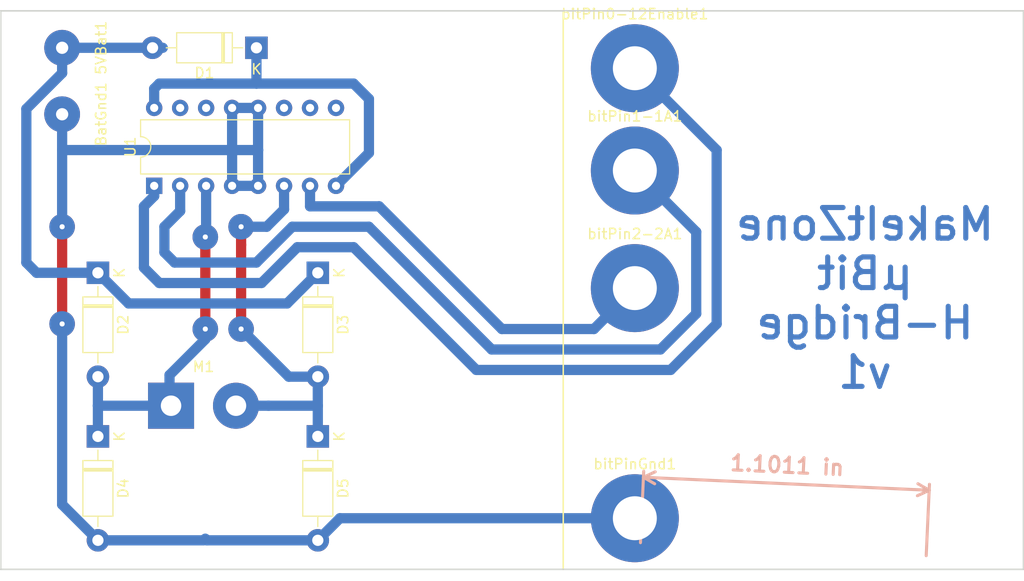
<source format=kicad_pcb>
(kicad_pcb (version 20171130) (host pcbnew "(5.0.1-3-g963ef8bb5)")

  (general
    (thickness 1.6)
    (drawings 7)
    (tracks 94)
    (zones 0)
    (modules 13)
    (nets 9)
  )

  (page A4)
  (layers
    (0 F.Cu signal)
    (31 B.Cu signal)
    (33 F.Adhes user)
    (35 F.Paste user)
    (37 F.SilkS user)
    (39 F.Mask user)
    (40 Dwgs.User user)
    (41 Cmts.User user)
    (42 Eco1.User user)
    (43 Eco2.User user)
    (44 Edge.Cuts user)
    (45 Margin user)
    (46 B.CrtYd user)
    (47 F.CrtYd user)
    (49 F.Fab user)
  )

  (setup
    (last_trace_width 1)
    (user_trace_width 0.5)
    (user_trace_width 1)
    (trace_clearance 0.2)
    (zone_clearance 0.508)
    (zone_45_only no)
    (trace_min 0.2)
    (segment_width 0.15)
    (edge_width 0.15)
    (via_size 2.5)
    (via_drill 0.5)
    (via_min_size 2.5)
    (via_min_drill 0.5)
    (uvia_size 0.3)
    (uvia_drill 0.1)
    (uvias_allowed no)
    (uvia_min_size 0.2)
    (uvia_min_drill 0.1)
    (pcb_text_width 0.3)
    (pcb_text_size 1.5 1.5)
    (mod_edge_width 0.15)
    (mod_text_size 1 1)
    (mod_text_width 0.15)
    (pad_size 8.6 8.6)
    (pad_drill 4.3)
    (pad_to_mask_clearance 0.051)
    (solder_mask_min_width 0.25)
    (aux_axis_origin 0 0)
    (visible_elements FFFFFF7F)
    (pcbplotparams
      (layerselection 0x00000_fffffffe)
      (usegerberextensions false)
      (usegerberattributes false)
      (usegerberadvancedattributes false)
      (creategerberjobfile false)
      (excludeedgelayer true)
      (linewidth 0.100000)
      (plotframeref false)
      (viasonmask false)
      (mode 1)
      (useauxorigin false)
      (hpglpennumber 1)
      (hpglpenspeed 20)
      (hpglpendiameter 15.000000)
      (psnegative false)
      (psa4output false)
      (plotreference false)
      (plotvalue false)
      (plotinvisibletext false)
      (padsonsilk false)
      (subtractmaskfromsilk false)
      (outputformat 1)
      (mirror false)
      (drillshape 0)
      (scaleselection 1)
      (outputdirectory "fabfiles/"))
  )

  (net 0 "")
  (net 1 "Net-(D1-Pad1)")
  (net 2 +5V)
  (net 3 GND)
  (net 4 "Net-(U1-Pad1)")
  (net 5 "Net-(U1-Pad7)")
  (net 6 "Net-(U1-Pad2)")
  (net 7 "Net-(D2-Pad2)")
  (net 8 "Net-(D3-Pad2)")

  (net_class Default "This is the default net class."
    (clearance 0.2)
    (trace_width 0.25)
    (via_dia 2.5)
    (via_drill 0.5)
    (uvia_dia 0.3)
    (uvia_drill 0.1)
    (add_net +5V)
    (add_net GND)
    (add_net "Net-(D1-Pad1)")
    (add_net "Net-(D2-Pad2)")
    (add_net "Net-(D3-Pad2)")
    (add_net "Net-(U1-Pad1)")
    (add_net "Net-(U1-Pad2)")
    (add_net "Net-(U1-Pad7)")
  )

  (module Diode_THT:D_DO-41_SOD81_P10.16mm_Horizontal (layer F.Cu) (tedit 5AE50CD5) (tstamp 5BF946B3)
    (at 45 24 180)
    (descr "Diode, DO-41_SOD81 series, Axial, Horizontal, pin pitch=10.16mm, , length*diameter=5.2*2.7mm^2, , http://www.diodes.com/_files/packages/DO-41%20(Plastic).pdf")
    (tags "Diode DO-41_SOD81 series Axial Horizontal pin pitch 10.16mm  length 5.2mm diameter 2.7mm")
    (path /5BE971BB)
    (fp_text reference D1 (at 5.08 -2.47 180) (layer F.SilkS)
      (effects (font (size 1 1) (thickness 0.15)))
    )
    (fp_text value 1N4004 (at 5.08 2.47 180) (layer F.Fab)
      (effects (font (size 1 1) (thickness 0.15)))
    )
    (fp_line (start 2.48 -1.35) (end 2.48 1.35) (layer F.Fab) (width 0.1))
    (fp_line (start 2.48 1.35) (end 7.68 1.35) (layer F.Fab) (width 0.1))
    (fp_line (start 7.68 1.35) (end 7.68 -1.35) (layer F.Fab) (width 0.1))
    (fp_line (start 7.68 -1.35) (end 2.48 -1.35) (layer F.Fab) (width 0.1))
    (fp_line (start 0 0) (end 2.48 0) (layer F.Fab) (width 0.1))
    (fp_line (start 10.16 0) (end 7.68 0) (layer F.Fab) (width 0.1))
    (fp_line (start 3.26 -1.35) (end 3.26 1.35) (layer F.Fab) (width 0.1))
    (fp_line (start 3.36 -1.35) (end 3.36 1.35) (layer F.Fab) (width 0.1))
    (fp_line (start 3.16 -1.35) (end 3.16 1.35) (layer F.Fab) (width 0.1))
    (fp_line (start 2.36 -1.47) (end 2.36 1.47) (layer F.SilkS) (width 0.12))
    (fp_line (start 2.36 1.47) (end 7.8 1.47) (layer F.SilkS) (width 0.12))
    (fp_line (start 7.8 1.47) (end 7.8 -1.47) (layer F.SilkS) (width 0.12))
    (fp_line (start 7.8 -1.47) (end 2.36 -1.47) (layer F.SilkS) (width 0.12))
    (fp_line (start 1.34 0) (end 2.36 0) (layer F.SilkS) (width 0.12))
    (fp_line (start 8.82 0) (end 7.8 0) (layer F.SilkS) (width 0.12))
    (fp_line (start 3.26 -1.47) (end 3.26 1.47) (layer F.SilkS) (width 0.12))
    (fp_line (start 3.38 -1.47) (end 3.38 1.47) (layer F.SilkS) (width 0.12))
    (fp_line (start 3.14 -1.47) (end 3.14 1.47) (layer F.SilkS) (width 0.12))
    (fp_line (start -1.35 -1.6) (end -1.35 1.6) (layer F.CrtYd) (width 0.05))
    (fp_line (start -1.35 1.6) (end 11.51 1.6) (layer F.CrtYd) (width 0.05))
    (fp_line (start 11.51 1.6) (end 11.51 -1.6) (layer F.CrtYd) (width 0.05))
    (fp_line (start 11.51 -1.6) (end -1.35 -1.6) (layer F.CrtYd) (width 0.05))
    (fp_text user %R (at 5.47 0 180) (layer F.Fab)
      (effects (font (size 1 1) (thickness 0.15)))
    )
    (fp_text user K (at 0 -2.1 180) (layer F.Fab)
      (effects (font (size 1 1) (thickness 0.15)))
    )
    (fp_text user K (at 0 -2.1 180) (layer F.SilkS)
      (effects (font (size 1 1) (thickness 0.15)))
    )
    (pad 1 thru_hole rect (at 0 0 180) (size 2.2 2.2) (drill 1.1) (layers *.Cu *.Mask)
      (net 1 "Net-(D1-Pad1)"))
    (pad 2 thru_hole oval (at 10.16 0 180) (size 2.2 2.2) (drill 1.1) (layers *.Cu *.Mask)
      (net 2 +5V))
    (model ${KISYS3DMOD}/Diode_THT.3dshapes/D_DO-41_SOD81_P10.16mm_Horizontal.wrl
      (at (xyz 0 0 0))
      (scale (xyz 1 1 1))
      (rotate (xyz 0 0 0))
    )
  )

  (module MountingHole:MountingHole_4.3mm_M4_Pad (layer F.Cu) (tedit 56D1B4CB) (tstamp 5BEA16A1)
    (at 82 26)
    (descr "Mounting Hole 4.3mm, M4")
    (tags "mounting hole 4.3mm m4")
    (path /5BE9E2C1)
    (attr virtual)
    (fp_text reference bitPin0-12Enable1 (at 0 -5.3) (layer F.SilkS)
      (effects (font (size 1 1) (thickness 0.15)))
    )
    (fp_text value Conn_01x01 (at 0 5.3) (layer F.Fab)
      (effects (font (size 1 1) (thickness 0.15)))
    )
    (fp_text user %R (at 0.3 0) (layer F.Fab)
      (effects (font (size 1 1) (thickness 0.15)))
    )
    (fp_circle (center 0 0) (end 4.3 0) (layer Cmts.User) (width 0.15))
    (fp_circle (center 0 0) (end 4.55 0) (layer F.CrtYd) (width 0.05))
    (pad 1 thru_hole circle (at 0 0) (size 8.6 8.6) (drill 4.3) (layers *.Cu *.Mask)
      (net 4 "Net-(U1-Pad1)"))
  )

  (module MountingHole:MountingHole_4.3mm_M4_Pad (layer F.Cu) (tedit 56D1B4CB) (tstamp 5BEA16A9)
    (at 82 36)
    (descr "Mounting Hole 4.3mm, M4")
    (tags "mounting hole 4.3mm m4")
    (path /5BEA4759)
    (attr virtual)
    (fp_text reference bitPin1-1A1 (at 0 -5.3) (layer F.SilkS)
      (effects (font (size 1 1) (thickness 0.15)))
    )
    (fp_text value Conn_01x01 (at 0 5.3) (layer F.Fab)
      (effects (font (size 1 1) (thickness 0.15)))
    )
    (fp_text user %R (at 0.3 0) (layer F.Fab)
      (effects (font (size 1 1) (thickness 0.15)))
    )
    (fp_circle (center 0 0) (end 4.3 0) (layer Cmts.User) (width 0.15))
    (fp_circle (center 0 0) (end 4.55 0) (layer F.CrtYd) (width 0.05))
    (pad 1 thru_hole circle (at 0 0) (size 8.6 8.6) (drill 4.3) (layers *.Cu *.Mask)
      (net 6 "Net-(U1-Pad2)"))
  )

  (module MountingHole:MountingHole_4.3mm_M4_Pad (layer F.Cu) (tedit 56D1B4CB) (tstamp 5BEA16B1)
    (at 82 47.5)
    (descr "Mounting Hole 4.3mm, M4")
    (tags "mounting hole 4.3mm m4")
    (path /5BEA498C)
    (attr virtual)
    (fp_text reference bitPin2-2A1 (at 0 -5.3) (layer F.SilkS)
      (effects (font (size 1 1) (thickness 0.15)))
    )
    (fp_text value Conn_01x01 (at 0 5.3) (layer F.Fab)
      (effects (font (size 1 1) (thickness 0.15)))
    )
    (fp_circle (center 0 0) (end 4.55 0) (layer F.CrtYd) (width 0.05))
    (fp_circle (center 0 0) (end 4.3 0) (layer Cmts.User) (width 0.15))
    (fp_text user %R (at 0.3 0) (layer F.Fab)
      (effects (font (size 1 1) (thickness 0.15)))
    )
    (pad 1 thru_hole circle (at 0 0) (size 8.6 8.6) (drill 4.3) (layers *.Cu *.Mask)
      (net 5 "Net-(U1-Pad7)"))
  )

  (module MountingHole:MountingHole_4.3mm_M4_Pad (layer F.Cu) (tedit 56D1B4CB) (tstamp 5BEA16B9)
    (at 82 70)
    (descr "Mounting Hole 4.3mm, M4")
    (tags "mounting hole 4.3mm m4")
    (path /5BE9E6DE)
    (attr virtual)
    (fp_text reference bitPinGnd1 (at 0 -5.3) (layer F.SilkS)
      (effects (font (size 1 1) (thickness 0.15)))
    )
    (fp_text value Conn_01x01 (at 0 5.3) (layer F.Fab)
      (effects (font (size 1 1) (thickness 0.15)))
    )
    (fp_circle (center 0 0) (end 4.55 0) (layer F.CrtYd) (width 0.05))
    (fp_circle (center 0 0) (end 4.3 0) (layer Cmts.User) (width 0.15))
    (fp_text user %R (at 0.3 0) (layer F.Fab)
      (effects (font (size 1 1) (thickness 0.15)))
    )
    (pad 1 thru_hole circle (at 0 0) (size 8.6 8.6) (drill 4.3) (layers *.Cu *.Mask)
      (net 3 GND))
  )

  (module Diode_THT:D_DO-41_SOD81_P10.16mm_Horizontal (layer F.Cu) (tedit 5AE50CD5) (tstamp 5BEA16D8)
    (at 29.5 46 270)
    (descr "Diode, DO-41_SOD81 series, Axial, Horizontal, pin pitch=10.16mm, , length*diameter=5.2*2.7mm^2, , http://www.diodes.com/_files/packages/DO-41%20(Plastic).pdf")
    (tags "Diode DO-41_SOD81 series Axial Horizontal pin pitch 10.16mm  length 5.2mm diameter 2.7mm")
    (path /5BEA9140)
    (fp_text reference D2 (at 5.08 -2.47 270) (layer F.SilkS)
      (effects (font (size 1 1) (thickness 0.15)))
    )
    (fp_text value 1N4004 (at 5.08 2.47 270) (layer F.Fab)
      (effects (font (size 1 1) (thickness 0.15)))
    )
    (fp_text user K (at 0 -2.1 270) (layer F.SilkS)
      (effects (font (size 1 1) (thickness 0.15)))
    )
    (fp_text user K (at 0 -2.1 270) (layer F.Fab)
      (effects (font (size 1 1) (thickness 0.15)))
    )
    (fp_text user %R (at 5.47 0 270) (layer F.Fab)
      (effects (font (size 1 1) (thickness 0.15)))
    )
    (fp_line (start 11.51 -1.6) (end -1.35 -1.6) (layer F.CrtYd) (width 0.05))
    (fp_line (start 11.51 1.6) (end 11.51 -1.6) (layer F.CrtYd) (width 0.05))
    (fp_line (start -1.35 1.6) (end 11.51 1.6) (layer F.CrtYd) (width 0.05))
    (fp_line (start -1.35 -1.6) (end -1.35 1.6) (layer F.CrtYd) (width 0.05))
    (fp_line (start 3.14 -1.47) (end 3.14 1.47) (layer F.SilkS) (width 0.12))
    (fp_line (start 3.38 -1.47) (end 3.38 1.47) (layer F.SilkS) (width 0.12))
    (fp_line (start 3.26 -1.47) (end 3.26 1.47) (layer F.SilkS) (width 0.12))
    (fp_line (start 8.82 0) (end 7.8 0) (layer F.SilkS) (width 0.12))
    (fp_line (start 1.34 0) (end 2.36 0) (layer F.SilkS) (width 0.12))
    (fp_line (start 7.8 -1.47) (end 2.36 -1.47) (layer F.SilkS) (width 0.12))
    (fp_line (start 7.8 1.47) (end 7.8 -1.47) (layer F.SilkS) (width 0.12))
    (fp_line (start 2.36 1.47) (end 7.8 1.47) (layer F.SilkS) (width 0.12))
    (fp_line (start 2.36 -1.47) (end 2.36 1.47) (layer F.SilkS) (width 0.12))
    (fp_line (start 3.16 -1.35) (end 3.16 1.35) (layer F.Fab) (width 0.1))
    (fp_line (start 3.36 -1.35) (end 3.36 1.35) (layer F.Fab) (width 0.1))
    (fp_line (start 3.26 -1.35) (end 3.26 1.35) (layer F.Fab) (width 0.1))
    (fp_line (start 10.16 0) (end 7.68 0) (layer F.Fab) (width 0.1))
    (fp_line (start 0 0) (end 2.48 0) (layer F.Fab) (width 0.1))
    (fp_line (start 7.68 -1.35) (end 2.48 -1.35) (layer F.Fab) (width 0.1))
    (fp_line (start 7.68 1.35) (end 7.68 -1.35) (layer F.Fab) (width 0.1))
    (fp_line (start 2.48 1.35) (end 7.68 1.35) (layer F.Fab) (width 0.1))
    (fp_line (start 2.48 -1.35) (end 2.48 1.35) (layer F.Fab) (width 0.1))
    (pad 2 thru_hole oval (at 10.16 0 270) (size 2.2 2.2) (drill 1.1) (layers *.Cu *.Mask)
      (net 7 "Net-(D2-Pad2)"))
    (pad 1 thru_hole rect (at 0 0 270) (size 2.2 2.2) (drill 1.1) (layers *.Cu *.Mask)
      (net 2 +5V))
    (model ${KISYS3DMOD}/Diode_THT.3dshapes/D_DO-41_SOD81_P10.16mm_Horizontal.wrl
      (at (xyz 0 0 0))
      (scale (xyz 1 1 1))
      (rotate (xyz 0 0 0))
    )
  )

  (module Diode_THT:D_DO-41_SOD81_P10.16mm_Horizontal (layer F.Cu) (tedit 5AE50CD5) (tstamp 5BEA16F7)
    (at 51 46 270)
    (descr "Diode, DO-41_SOD81 series, Axial, Horizontal, pin pitch=10.16mm, , length*diameter=5.2*2.7mm^2, , http://www.diodes.com/_files/packages/DO-41%20(Plastic).pdf")
    (tags "Diode DO-41_SOD81 series Axial Horizontal pin pitch 10.16mm  length 5.2mm diameter 2.7mm")
    (path /5BEA9334)
    (fp_text reference D3 (at 5.08 -2.47 270) (layer F.SilkS)
      (effects (font (size 1 1) (thickness 0.15)))
    )
    (fp_text value 1N4004 (at 5.08 2.47 270) (layer F.Fab)
      (effects (font (size 1 1) (thickness 0.15)))
    )
    (fp_line (start 2.48 -1.35) (end 2.48 1.35) (layer F.Fab) (width 0.1))
    (fp_line (start 2.48 1.35) (end 7.68 1.35) (layer F.Fab) (width 0.1))
    (fp_line (start 7.68 1.35) (end 7.68 -1.35) (layer F.Fab) (width 0.1))
    (fp_line (start 7.68 -1.35) (end 2.48 -1.35) (layer F.Fab) (width 0.1))
    (fp_line (start 0 0) (end 2.48 0) (layer F.Fab) (width 0.1))
    (fp_line (start 10.16 0) (end 7.68 0) (layer F.Fab) (width 0.1))
    (fp_line (start 3.26 -1.35) (end 3.26 1.35) (layer F.Fab) (width 0.1))
    (fp_line (start 3.36 -1.35) (end 3.36 1.35) (layer F.Fab) (width 0.1))
    (fp_line (start 3.16 -1.35) (end 3.16 1.35) (layer F.Fab) (width 0.1))
    (fp_line (start 2.36 -1.47) (end 2.36 1.47) (layer F.SilkS) (width 0.12))
    (fp_line (start 2.36 1.47) (end 7.8 1.47) (layer F.SilkS) (width 0.12))
    (fp_line (start 7.8 1.47) (end 7.8 -1.47) (layer F.SilkS) (width 0.12))
    (fp_line (start 7.8 -1.47) (end 2.36 -1.47) (layer F.SilkS) (width 0.12))
    (fp_line (start 1.34 0) (end 2.36 0) (layer F.SilkS) (width 0.12))
    (fp_line (start 8.82 0) (end 7.8 0) (layer F.SilkS) (width 0.12))
    (fp_line (start 3.26 -1.47) (end 3.26 1.47) (layer F.SilkS) (width 0.12))
    (fp_line (start 3.38 -1.47) (end 3.38 1.47) (layer F.SilkS) (width 0.12))
    (fp_line (start 3.14 -1.47) (end 3.14 1.47) (layer F.SilkS) (width 0.12))
    (fp_line (start -1.35 -1.6) (end -1.35 1.6) (layer F.CrtYd) (width 0.05))
    (fp_line (start -1.35 1.6) (end 11.51 1.6) (layer F.CrtYd) (width 0.05))
    (fp_line (start 11.51 1.6) (end 11.51 -1.6) (layer F.CrtYd) (width 0.05))
    (fp_line (start 11.51 -1.6) (end -1.35 -1.6) (layer F.CrtYd) (width 0.05))
    (fp_text user %R (at 5.47 0 270) (layer F.Fab)
      (effects (font (size 1 1) (thickness 0.15)))
    )
    (fp_text user K (at 0 -2.1 270) (layer F.Fab)
      (effects (font (size 1 1) (thickness 0.15)))
    )
    (fp_text user K (at 0 -2.1 270) (layer F.SilkS)
      (effects (font (size 1 1) (thickness 0.15)))
    )
    (pad 1 thru_hole rect (at 0 0 270) (size 2.2 2.2) (drill 1.1) (layers *.Cu *.Mask)
      (net 2 +5V))
    (pad 2 thru_hole oval (at 10.16 0 270) (size 2.2 2.2) (drill 1.1) (layers *.Cu *.Mask)
      (net 8 "Net-(D3-Pad2)"))
    (model ${KISYS3DMOD}/Diode_THT.3dshapes/D_DO-41_SOD81_P10.16mm_Horizontal.wrl
      (at (xyz 0 0 0))
      (scale (xyz 1 1 1))
      (rotate (xyz 0 0 0))
    )
  )

  (module Diode_THT:D_DO-41_SOD81_P10.16mm_Horizontal (layer F.Cu) (tedit 5AE50CD5) (tstamp 5BEA1716)
    (at 29.5 62 270)
    (descr "Diode, DO-41_SOD81 series, Axial, Horizontal, pin pitch=10.16mm, , length*diameter=5.2*2.7mm^2, , http://www.diodes.com/_files/packages/DO-41%20(Plastic).pdf")
    (tags "Diode DO-41_SOD81 series Axial Horizontal pin pitch 10.16mm  length 5.2mm diameter 2.7mm")
    (path /5BEA8F86)
    (fp_text reference D4 (at 5.08 -2.47 270) (layer F.SilkS)
      (effects (font (size 1 1) (thickness 0.15)))
    )
    (fp_text value 1N4004 (at 5.08 2.47 270) (layer F.Fab)
      (effects (font (size 1 1) (thickness 0.15)))
    )
    (fp_line (start 2.48 -1.35) (end 2.48 1.35) (layer F.Fab) (width 0.1))
    (fp_line (start 2.48 1.35) (end 7.68 1.35) (layer F.Fab) (width 0.1))
    (fp_line (start 7.68 1.35) (end 7.68 -1.35) (layer F.Fab) (width 0.1))
    (fp_line (start 7.68 -1.35) (end 2.48 -1.35) (layer F.Fab) (width 0.1))
    (fp_line (start 0 0) (end 2.48 0) (layer F.Fab) (width 0.1))
    (fp_line (start 10.16 0) (end 7.68 0) (layer F.Fab) (width 0.1))
    (fp_line (start 3.26 -1.35) (end 3.26 1.35) (layer F.Fab) (width 0.1))
    (fp_line (start 3.36 -1.35) (end 3.36 1.35) (layer F.Fab) (width 0.1))
    (fp_line (start 3.16 -1.35) (end 3.16 1.35) (layer F.Fab) (width 0.1))
    (fp_line (start 2.36 -1.47) (end 2.36 1.47) (layer F.SilkS) (width 0.12))
    (fp_line (start 2.36 1.47) (end 7.8 1.47) (layer F.SilkS) (width 0.12))
    (fp_line (start 7.8 1.47) (end 7.8 -1.47) (layer F.SilkS) (width 0.12))
    (fp_line (start 7.8 -1.47) (end 2.36 -1.47) (layer F.SilkS) (width 0.12))
    (fp_line (start 1.34 0) (end 2.36 0) (layer F.SilkS) (width 0.12))
    (fp_line (start 8.82 0) (end 7.8 0) (layer F.SilkS) (width 0.12))
    (fp_line (start 3.26 -1.47) (end 3.26 1.47) (layer F.SilkS) (width 0.12))
    (fp_line (start 3.38 -1.47) (end 3.38 1.47) (layer F.SilkS) (width 0.12))
    (fp_line (start 3.14 -1.47) (end 3.14 1.47) (layer F.SilkS) (width 0.12))
    (fp_line (start -1.35 -1.6) (end -1.35 1.6) (layer F.CrtYd) (width 0.05))
    (fp_line (start -1.35 1.6) (end 11.51 1.6) (layer F.CrtYd) (width 0.05))
    (fp_line (start 11.51 1.6) (end 11.51 -1.6) (layer F.CrtYd) (width 0.05))
    (fp_line (start 11.51 -1.6) (end -1.35 -1.6) (layer F.CrtYd) (width 0.05))
    (fp_text user %R (at 5.47 0 270) (layer F.Fab)
      (effects (font (size 1 1) (thickness 0.15)))
    )
    (fp_text user K (at 0 -2.1 270) (layer F.Fab)
      (effects (font (size 1 1) (thickness 0.15)))
    )
    (fp_text user K (at 0 -2.1 270) (layer F.SilkS)
      (effects (font (size 1 1) (thickness 0.15)))
    )
    (pad 1 thru_hole rect (at 0 0 270) (size 2.2 2.2) (drill 1.1) (layers *.Cu *.Mask)
      (net 7 "Net-(D2-Pad2)"))
    (pad 2 thru_hole oval (at 10.16 0 270) (size 2.2 2.2) (drill 1.1) (layers *.Cu *.Mask)
      (net 3 GND))
    (model ${KISYS3DMOD}/Diode_THT.3dshapes/D_DO-41_SOD81_P10.16mm_Horizontal.wrl
      (at (xyz 0 0 0))
      (scale (xyz 1 1 1))
      (rotate (xyz 0 0 0))
    )
  )

  (module Diode_THT:D_DO-41_SOD81_P10.16mm_Horizontal (layer F.Cu) (tedit 5AE50CD5) (tstamp 5BEA1735)
    (at 51 62 270)
    (descr "Diode, DO-41_SOD81 series, Axial, Horizontal, pin pitch=10.16mm, , length*diameter=5.2*2.7mm^2, , http://www.diodes.com/_files/packages/DO-41%20(Plastic).pdf")
    (tags "Diode DO-41_SOD81 series Axial Horizontal pin pitch 10.16mm  length 5.2mm diameter 2.7mm")
    (path /5BEA9403)
    (fp_text reference D5 (at 5.08 -2.47 270) (layer F.SilkS)
      (effects (font (size 1 1) (thickness 0.15)))
    )
    (fp_text value 1N4004 (at 5.08 2.47 270) (layer F.Fab)
      (effects (font (size 1 1) (thickness 0.15)))
    )
    (fp_text user K (at 0 -2.1 270) (layer F.SilkS)
      (effects (font (size 1 1) (thickness 0.15)))
    )
    (fp_text user K (at 0 -2.1 270) (layer F.Fab)
      (effects (font (size 1 1) (thickness 0.15)))
    )
    (fp_text user %R (at 5.47 0 270) (layer F.Fab)
      (effects (font (size 1 1) (thickness 0.15)))
    )
    (fp_line (start 11.51 -1.6) (end -1.35 -1.6) (layer F.CrtYd) (width 0.05))
    (fp_line (start 11.51 1.6) (end 11.51 -1.6) (layer F.CrtYd) (width 0.05))
    (fp_line (start -1.35 1.6) (end 11.51 1.6) (layer F.CrtYd) (width 0.05))
    (fp_line (start -1.35 -1.6) (end -1.35 1.6) (layer F.CrtYd) (width 0.05))
    (fp_line (start 3.14 -1.47) (end 3.14 1.47) (layer F.SilkS) (width 0.12))
    (fp_line (start 3.38 -1.47) (end 3.38 1.47) (layer F.SilkS) (width 0.12))
    (fp_line (start 3.26 -1.47) (end 3.26 1.47) (layer F.SilkS) (width 0.12))
    (fp_line (start 8.82 0) (end 7.8 0) (layer F.SilkS) (width 0.12))
    (fp_line (start 1.34 0) (end 2.36 0) (layer F.SilkS) (width 0.12))
    (fp_line (start 7.8 -1.47) (end 2.36 -1.47) (layer F.SilkS) (width 0.12))
    (fp_line (start 7.8 1.47) (end 7.8 -1.47) (layer F.SilkS) (width 0.12))
    (fp_line (start 2.36 1.47) (end 7.8 1.47) (layer F.SilkS) (width 0.12))
    (fp_line (start 2.36 -1.47) (end 2.36 1.47) (layer F.SilkS) (width 0.12))
    (fp_line (start 3.16 -1.35) (end 3.16 1.35) (layer F.Fab) (width 0.1))
    (fp_line (start 3.36 -1.35) (end 3.36 1.35) (layer F.Fab) (width 0.1))
    (fp_line (start 3.26 -1.35) (end 3.26 1.35) (layer F.Fab) (width 0.1))
    (fp_line (start 10.16 0) (end 7.68 0) (layer F.Fab) (width 0.1))
    (fp_line (start 0 0) (end 2.48 0) (layer F.Fab) (width 0.1))
    (fp_line (start 7.68 -1.35) (end 2.48 -1.35) (layer F.Fab) (width 0.1))
    (fp_line (start 7.68 1.35) (end 7.68 -1.35) (layer F.Fab) (width 0.1))
    (fp_line (start 2.48 1.35) (end 7.68 1.35) (layer F.Fab) (width 0.1))
    (fp_line (start 2.48 -1.35) (end 2.48 1.35) (layer F.Fab) (width 0.1))
    (pad 2 thru_hole oval (at 10.16 0 270) (size 2.2 2.2) (drill 1.1) (layers *.Cu *.Mask)
      (net 3 GND))
    (pad 1 thru_hole rect (at 0 0 270) (size 2.2 2.2) (drill 1.1) (layers *.Cu *.Mask)
      (net 8 "Net-(D3-Pad2)"))
    (model ${KISYS3DMOD}/Diode_THT.3dshapes/D_DO-41_SOD81_P10.16mm_Horizontal.wrl
      (at (xyz 0 0 0))
      (scale (xyz 1 1 1))
      (rotate (xyz 0 0 0))
    )
  )

  (module Package_DIP:DIP-16_W7.62mm (layer F.Cu) (tedit 5A02E8C5) (tstamp 5BEA2F01)
    (at 35 37.5 90)
    (descr "16-lead though-hole mounted DIP package, row spacing 7.62 mm (300 mils)")
    (tags "THT DIP DIL PDIP 2.54mm 7.62mm 300mil")
    (path /5BEA15C1)
    (fp_text reference U1 (at 3.81 -2.33 90) (layer F.SilkS)
      (effects (font (size 1 1) (thickness 0.15)))
    )
    (fp_text value L293D (at 3.81 20.11 90) (layer F.Fab)
      (effects (font (size 1 1) (thickness 0.15)))
    )
    (fp_arc (start 3.81 -1.33) (end 2.81 -1.33) (angle -180) (layer F.SilkS) (width 0.12))
    (fp_line (start 1.635 -1.27) (end 6.985 -1.27) (layer F.Fab) (width 0.1))
    (fp_line (start 6.985 -1.27) (end 6.985 19.05) (layer F.Fab) (width 0.1))
    (fp_line (start 6.985 19.05) (end 0.635 19.05) (layer F.Fab) (width 0.1))
    (fp_line (start 0.635 19.05) (end 0.635 -0.27) (layer F.Fab) (width 0.1))
    (fp_line (start 0.635 -0.27) (end 1.635 -1.27) (layer F.Fab) (width 0.1))
    (fp_line (start 2.81 -1.33) (end 1.16 -1.33) (layer F.SilkS) (width 0.12))
    (fp_line (start 1.16 -1.33) (end 1.16 19.11) (layer F.SilkS) (width 0.12))
    (fp_line (start 1.16 19.11) (end 6.46 19.11) (layer F.SilkS) (width 0.12))
    (fp_line (start 6.46 19.11) (end 6.46 -1.33) (layer F.SilkS) (width 0.12))
    (fp_line (start 6.46 -1.33) (end 4.81 -1.33) (layer F.SilkS) (width 0.12))
    (fp_line (start -1.1 -1.55) (end -1.1 19.3) (layer F.CrtYd) (width 0.05))
    (fp_line (start -1.1 19.3) (end 8.7 19.3) (layer F.CrtYd) (width 0.05))
    (fp_line (start 8.7 19.3) (end 8.7 -1.55) (layer F.CrtYd) (width 0.05))
    (fp_line (start 8.7 -1.55) (end -1.1 -1.55) (layer F.CrtYd) (width 0.05))
    (fp_text user %R (at 3.81 8.89 90) (layer F.Fab)
      (effects (font (size 1 1) (thickness 0.15)))
    )
    (pad 1 thru_hole rect (at 0 0 90) (size 1.6 1.6) (drill 0.8) (layers *.Cu *.Mask)
      (net 4 "Net-(U1-Pad1)"))
    (pad 9 thru_hole oval (at 7.62 17.78 90) (size 1.6 1.6) (drill 0.8) (layers *.Cu *.Mask)
      (net 3 GND))
    (pad 2 thru_hole oval (at 0 2.54 90) (size 1.6 1.6) (drill 0.8) (layers *.Cu *.Mask)
      (net 6 "Net-(U1-Pad2)"))
    (pad 10 thru_hole oval (at 7.62 15.24 90) (size 1.6 1.6) (drill 0.8) (layers *.Cu *.Mask))
    (pad 3 thru_hole oval (at 0 5.08 90) (size 1.6 1.6) (drill 0.8) (layers *.Cu *.Mask)
      (net 7 "Net-(D2-Pad2)"))
    (pad 11 thru_hole oval (at 7.62 12.7 90) (size 1.6 1.6) (drill 0.8) (layers *.Cu *.Mask))
    (pad 4 thru_hole oval (at 0 7.62 90) (size 1.6 1.6) (drill 0.8) (layers *.Cu *.Mask)
      (net 3 GND))
    (pad 12 thru_hole oval (at 7.62 10.16 90) (size 1.6 1.6) (drill 0.8) (layers *.Cu *.Mask)
      (net 3 GND))
    (pad 5 thru_hole oval (at 0 10.16 90) (size 1.6 1.6) (drill 0.8) (layers *.Cu *.Mask)
      (net 3 GND))
    (pad 13 thru_hole oval (at 7.62 7.62 90) (size 1.6 1.6) (drill 0.8) (layers *.Cu *.Mask)
      (net 3 GND))
    (pad 6 thru_hole oval (at 0 12.7 90) (size 1.6 1.6) (drill 0.8) (layers *.Cu *.Mask)
      (net 8 "Net-(D3-Pad2)"))
    (pad 14 thru_hole oval (at 7.62 5.08 90) (size 1.6 1.6) (drill 0.8) (layers *.Cu *.Mask))
    (pad 7 thru_hole oval (at 0 15.24 90) (size 1.6 1.6) (drill 0.8) (layers *.Cu *.Mask)
      (net 5 "Net-(U1-Pad7)"))
    (pad 15 thru_hole oval (at 7.62 2.54 90) (size 1.6 1.6) (drill 0.8) (layers *.Cu *.Mask))
    (pad 8 thru_hole oval (at 0 17.78 90) (size 1.6 1.6) (drill 0.8) (layers *.Cu *.Mask)
      (net 1 "Net-(D1-Pad1)"))
    (pad 16 thru_hole oval (at 7.62 0 90) (size 1.6 1.6) (drill 0.8) (layers *.Cu *.Mask)
      (net 1 "Net-(D1-Pad1)"))
    (model ${KISYS3DMOD}/Package_DIP.3dshapes/DIP-16_W7.62mm.wrl
      (at (xyz 0 0 0))
      (scale (xyz 1 1 1))
      (rotate (xyz 0 0 0))
    )
  )

  (module Connector_Wire:SolderWirePad_1x02_P7.62mm_Drill2mm (layer F.Cu) (tedit 5AEE5F3D) (tstamp 5BEA1A41)
    (at 36.65 59)
    (descr "Wire solder connection")
    (tags connector)
    (path /5BEA9791)
    (attr virtual)
    (fp_text reference M1 (at 3.175 -3.81) (layer F.SilkS)
      (effects (font (size 1 1) (thickness 0.15)))
    )
    (fp_text value Motor_DC (at 3.175 3.81) (layer F.Fab)
      (effects (font (size 1 1) (thickness 0.15)))
    )
    (fp_text user %R (at 3.175 0) (layer F.Fab)
      (effects (font (size 1 1) (thickness 0.15)))
    )
    (fp_line (start -2.75 -2.75) (end 9.09 -2.75) (layer F.CrtYd) (width 0.05))
    (fp_line (start -2.75 -2.75) (end -2.75 2.75) (layer F.CrtYd) (width 0.05))
    (fp_line (start 9.09 2.75) (end 9.09 -2.75) (layer F.CrtYd) (width 0.05))
    (fp_line (start 9.09 2.75) (end -2.75 2.75) (layer F.CrtYd) (width 0.05))
    (pad 1 thru_hole rect (at 0 0) (size 4.50088 4.50088) (drill 1.99898) (layers *.Cu *.Mask)
      (net 7 "Net-(D2-Pad2)"))
    (pad 2 thru_hole circle (at 6.35 0) (size 4.50088 4.50088) (drill 1.99898) (layers *.Cu *.Mask)
      (net 8 "Net-(D3-Pad2)"))
  )

  (module Connector_Wire:SolderWirePad_1x01_Drill1.2mm (layer F.Cu) (tedit 5AEE5EA7) (tstamp 5BEA2778)
    (at 26 24 270)
    (descr "Wire solder connection")
    (tags connector)
    (path /5BE96103)
    (attr virtual)
    (fp_text reference 5VBat1 (at 0 -3.81 270) (layer F.SilkS)
      (effects (font (size 1 1) (thickness 0.15)))
    )
    (fp_text value Conn_01x01 (at 0 3.175 270) (layer F.Fab)
      (effects (font (size 1 1) (thickness 0.15)))
    )
    (fp_text user %R (at 0 0 270) (layer F.Fab)
      (effects (font (size 1 1) (thickness 0.15)))
    )
    (fp_line (start -2.25 -2.25) (end 2.25 -2.25) (layer F.CrtYd) (width 0.05))
    (fp_line (start -2.25 -2.25) (end -2.25 2.25) (layer F.CrtYd) (width 0.05))
    (fp_line (start 2.25 2.25) (end 2.25 -2.25) (layer F.CrtYd) (width 0.05))
    (fp_line (start 2.25 2.25) (end -2.25 2.25) (layer F.CrtYd) (width 0.05))
    (pad 1 thru_hole circle (at 0 0 270) (size 3.50012 3.50012) (drill 1.19888) (layers *.Cu *.Mask)
      (net 2 +5V))
  )

  (module Connector_Wire:SolderWirePad_1x01_Drill1.2mm (layer F.Cu) (tedit 5AEE5EA7) (tstamp 5BEA2782)
    (at 26 30.5 270)
    (descr "Wire solder connection")
    (tags connector)
    (path /5BE96173)
    (attr virtual)
    (fp_text reference BatGnd1 (at 0 -3.81 270) (layer F.SilkS)
      (effects (font (size 1 1) (thickness 0.15)))
    )
    (fp_text value Conn_01x01 (at 0 3.175 270) (layer F.Fab)
      (effects (font (size 1 1) (thickness 0.15)))
    )
    (fp_line (start 2.25 2.25) (end -2.25 2.25) (layer F.CrtYd) (width 0.05))
    (fp_line (start 2.25 2.25) (end 2.25 -2.25) (layer F.CrtYd) (width 0.05))
    (fp_line (start -2.25 -2.25) (end -2.25 2.25) (layer F.CrtYd) (width 0.05))
    (fp_line (start -2.25 -2.25) (end 2.25 -2.25) (layer F.CrtYd) (width 0.05))
    (fp_text user %R (at 0 0 270) (layer F.Fab)
      (effects (font (size 1 1) (thickness 0.15)))
    )
    (pad 1 thru_hole circle (at 0 0 270) (size 3.50012 3.50012) (drill 1.19888) (layers *.Cu *.Mask)
      (net 3 GND))
  )

  (gr_line (start 75 20.39) (end 75 75) (layer F.SilkS) (width 0.15) (tstamp 5BF95CCD))
  (gr_line (start 120 20.39) (end 120 75) (layer Edge.Cuts) (width 0.15) (tstamp 5BF95CC7))
  (gr_line (start 20 20.39) (end 120 20.39) (layer Edge.Cuts) (width 0.15) (tstamp 5BF95CBF))
  (gr_line (start 20 20.39) (end 20 75) (layer Edge.Cuts) (width 0.15) (tstamp 5BF94951))
  (gr_line (start 20 75) (end 120 75) (layer Edge.Cuts) (width 0.15) (tstamp 5BF945EB))
  (dimension 27.968849 (width 0.3) (layer B.SilkS)
    (gr_text "27.969 mm" (at 96.906016 64.532651 357.3974378) (layer B.SilkS)
      (effects (font (size 1.5 1.5) (thickness 0.3)))
    )
    (feature1 (pts (xy 110.49 73.66) (xy 110.807288 66.67967)))
    (feature2 (pts (xy 82.55 72.39) (xy 82.867288 65.40967)))
    (crossbar (pts (xy 82.84066 65.995485) (xy 110.78066 67.265485)))
    (arrow1a (pts (xy 110.78066 67.265485) (xy 109.62869 67.800149)))
    (arrow1b (pts (xy 110.78066 67.265485) (xy 109.681946 66.628517)))
    (arrow2a (pts (xy 82.84066 65.995485) (xy 83.939374 66.632453)))
    (arrow2b (pts (xy 82.84066 65.995485) (xy 83.99263 65.460821)))
  )
  (gr_text "MakeItZone\nµBit\nH-Bridge\nv1" (at 104.5 48.5) (layer B.Cu) (tstamp 5BF94A29)
    (effects (font (size 3 3) (thickness 0.5)) (justify mirror))
  )

  (segment (start 35 28) (end 35 29.88) (width 1) (layer B.Cu) (net 1))
  (segment (start 35.5 27.5) (end 35 28) (width 1) (layer B.Cu) (net 1))
  (segment (start 45 27.5) (end 35.5 27.5) (width 1) (layer B.Cu) (net 1))
  (segment (start 45 24) (end 45 27.5) (width 1) (layer B.Cu) (net 1))
  (segment (start 45 27.5) (end 54.5 27.5) (width 1) (layer B.Cu) (net 1))
  (segment (start 54.5 27.5) (end 56 29) (width 1) (layer B.Cu) (net 1))
  (segment (start 56 34.28) (end 52.78 37.5) (width 1) (layer B.Cu) (net 1))
  (segment (start 56 29) (end 56 34.28) (width 1) (layer B.Cu) (net 1))
  (segment (start 26 24) (end 35.84 24) (width 1) (layer B.Cu) (net 2))
  (segment (start 26 26.474958) (end 22.5 29.974958) (width 1) (layer B.Cu) (net 2))
  (segment (start 26 24) (end 26 26.474958) (width 1) (layer B.Cu) (net 2))
  (segment (start 22.5 29.974958) (end 22.5 45) (width 1) (layer B.Cu) (net 2))
  (segment (start 23.5 46) (end 29.5 46) (width 1) (layer B.Cu) (net 2))
  (segment (start 22.5 45) (end 23.5 46) (width 1) (layer B.Cu) (net 2))
  (segment (start 50.5 46) (end 51 46.5) (width 1) (layer B.Cu) (net 2))
  (segment (start 48 49) (end 51 46) (width 1) (layer B.Cu) (net 2))
  (segment (start 32.5 49) (end 48 49) (width 1) (layer B.Cu) (net 2))
  (segment (start 29.5 46) (end 32.5 49) (width 1) (layer B.Cu) (net 2))
  (segment (start 39.84 72.16) (end 29.5 72.16) (width 1) (layer B.Cu) (net 3))
  (segment (start 40.16 72.16) (end 40 72) (width 1) (layer B.Cu) (net 3))
  (segment (start 51 72.16) (end 40.16 72.16) (width 1) (layer B.Cu) (net 3))
  (via (at 26 41.5) (size 2.5) (drill 0.5) (layers F.Cu B.Cu) (net 3))
  (via (at 26 51) (size 2.5) (drill 0.5) (layers F.Cu B.Cu) (net 3))
  (segment (start 26 41.5) (end 26 51) (width 1) (layer F.Cu) (net 3))
  (segment (start 26 68.66) (end 29.5 72.16) (width 1) (layer B.Cu) (net 3))
  (segment (start 26 51) (end 26 68.66) (width 1) (layer B.Cu) (net 3))
  (segment (start 26 34) (end 42.5 34) (width 1) (layer B.Cu) (net 3))
  (segment (start 26 30.5) (end 26 34) (width 1) (layer B.Cu) (net 3))
  (segment (start 26 34) (end 26 41.5) (width 1) (layer B.Cu) (net 3))
  (segment (start 42.5 34) (end 42.62 33.88) (width 1) (layer B.Cu) (net 3))
  (segment (start 42.62 29.88) (end 45.16 29.88) (width 1) (layer B.Cu) (net 3))
  (segment (start 42.62 37.5) (end 45.16 37.5) (width 1) (layer B.Cu) (net 3))
  (segment (start 42.62 34) (end 45.16 34) (width 1) (layer B.Cu) (net 3))
  (segment (start 45.16 34) (end 45.16 37.5) (width 1) (layer B.Cu) (net 3))
  (segment (start 42.62 37.5) (end 42.62 34) (width 1) (layer B.Cu) (net 3))
  (segment (start 45.16 29.88) (end 45.16 34) (width 1) (layer B.Cu) (net 3))
  (segment (start 42.62 34) (end 42.62 29.88) (width 1) (layer B.Cu) (net 3))
  (segment (start 79.84 72.16) (end 82 70) (width 1) (layer B.Cu) (net 3))
  (segment (start 53.16 70) (end 51 72.16) (width 1) (layer B.Cu) (net 3))
  (segment (start 82 70) (end 53.16 70) (width 1) (layer B.Cu) (net 3))
  (segment (start 35 38.5) (end 35 37.5) (width 1) (layer B.Cu) (net 4))
  (segment (start 35.5 47) (end 34 45.5) (width 1) (layer B.Cu) (net 4))
  (segment (start 34 45.5) (end 34 39.5) (width 1) (layer B.Cu) (net 4))
  (segment (start 45.5 47) (end 35.5 47) (width 1) (layer B.Cu) (net 4))
  (segment (start 90 34) (end 90 51) (width 1) (layer B.Cu) (net 4))
  (segment (start 49 43.5) (end 45.5 47) (width 1) (layer B.Cu) (net 4))
  (segment (start 90 51) (end 85.5 55.5) (width 1) (layer B.Cu) (net 4))
  (segment (start 34 39.5) (end 35 38.5) (width 1) (layer B.Cu) (net 4))
  (segment (start 85.5 55.5) (end 66.5 55.5) (width 1) (layer B.Cu) (net 4))
  (segment (start 54.5 43.5) (end 49 43.5) (width 1) (layer B.Cu) (net 4))
  (segment (start 66.5 55.5) (end 54.5 43.5) (width 1) (layer B.Cu) (net 4))
  (segment (start 82 26) (end 90 34) (width 1) (layer B.Cu) (net 4))
  (segment (start 57 39.5) (end 69 51.5) (width 1) (layer B.Cu) (net 5))
  (segment (start 78 51.5) (end 82 47.5) (width 1) (layer B.Cu) (net 5))
  (segment (start 50.24 39.5) (end 57 39.5) (width 1) (layer B.Cu) (net 5))
  (segment (start 69 51.5) (end 78 51.5) (width 1) (layer B.Cu) (net 5))
  (segment (start 50.24 37.5) (end 50.24 39.5) (width 1) (layer B.Cu) (net 5))
  (segment (start 37 45) (end 36 44) (width 1) (layer B.Cu) (net 6))
  (segment (start 45 45) (end 37 45) (width 1) (layer B.Cu) (net 6))
  (segment (start 48.5 41.5) (end 45 45) (width 1) (layer B.Cu) (net 6))
  (segment (start 37.54 39.96) (end 37.54 37.5) (width 1) (layer B.Cu) (net 6))
  (segment (start 56 41.5) (end 48.5 41.5) (width 1) (layer B.Cu) (net 6))
  (segment (start 84.5 53.5) (end 68 53.5) (width 1) (layer B.Cu) (net 6))
  (segment (start 68 53.5) (end 56 41.5) (width 1) (layer B.Cu) (net 6))
  (segment (start 36 44) (end 36 41.5) (width 1) (layer B.Cu) (net 6))
  (segment (start 88 50) (end 84.5 53.5) (width 1) (layer B.Cu) (net 6))
  (segment (start 36 41.5) (end 37.54 39.96) (width 1) (layer B.Cu) (net 6))
  (segment (start 88 42) (end 88 50) (width 1) (layer B.Cu) (net 6))
  (segment (start 82 36) (end 88 42) (width 1) (layer B.Cu) (net 6))
  (segment (start 36.65 59) (end 29.5 59) (width 1) (layer B.Cu) (net 7))
  (segment (start 29.5 59) (end 29.5 62) (width 1) (layer B.Cu) (net 7))
  (segment (start 29.5 56.16) (end 29.5 59) (width 1) (layer B.Cu) (net 7))
  (via (at 40 42.5) (size 2.5) (drill 0.5) (layers F.Cu B.Cu) (net 7))
  (segment (start 40.08 42.42) (end 40 42.5) (width 1) (layer B.Cu) (net 7))
  (segment (start 40.08 37.5) (end 40.08 42.42) (width 1) (layer B.Cu) (net 7))
  (via (at 40 51.5) (size 2.5) (drill 0.5) (layers F.Cu B.Cu) (net 7))
  (segment (start 40 42.5) (end 40 51.5) (width 1) (layer F.Cu) (net 7))
  (segment (start 36.5 58.85) (end 36.65 59) (width 1) (layer B.Cu) (net 7))
  (segment (start 36.5 56) (end 36.5 58.85) (width 1) (layer B.Cu) (net 7))
  (segment (start 40 52.5) (end 36.5 56) (width 1) (layer B.Cu) (net 7))
  (segment (start 40 51.5) (end 40 52.5) (width 1) (layer B.Cu) (net 7))
  (via (at 43.5 41.5) (size 2.5) (drill 0.5) (layers F.Cu B.Cu) (net 8))
  (segment (start 47.7 37.5) (end 47.7 39.8) (width 1) (layer B.Cu) (net 8))
  (via (at 43.5 51.5) (size 2.5) (drill 0.5) (layers F.Cu B.Cu) (net 8))
  (segment (start 46.182602 59) (end 51 59) (width 1) (layer B.Cu) (net 8))
  (segment (start 43 59) (end 46.182602 59) (width 1) (layer B.Cu) (net 8))
  (segment (start 51 59) (end 51 62) (width 1) (layer B.Cu) (net 8))
  (segment (start 51 56.16) (end 51 59) (width 1) (layer B.Cu) (net 8))
  (segment (start 48.16 56.16) (end 43.5 51.5) (width 1) (layer B.Cu) (net 8))
  (segment (start 51 56.16) (end 48.16 56.16) (width 1) (layer B.Cu) (net 8))
  (segment (start 46 41.5) (end 47.7 39.8) (width 1) (layer B.Cu) (net 8))
  (segment (start 43.5 41.5) (end 46 41.5) (width 1) (layer B.Cu) (net 8))
  (segment (start 43.5 43.267766) (end 43.5 51.5) (width 1) (layer F.Cu) (net 8))
  (segment (start 43.5 41.5) (end 43.5 43.267766) (width 1) (layer F.Cu) (net 8))

)

</source>
